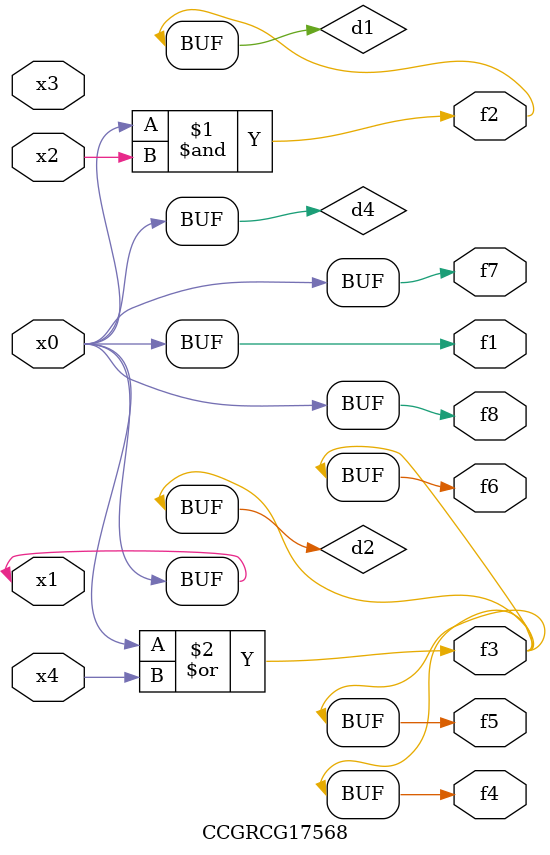
<source format=v>
module CCGRCG17568(
	input x0, x1, x2, x3, x4,
	output f1, f2, f3, f4, f5, f6, f7, f8
);

	wire d1, d2, d3, d4;

	and (d1, x0, x2);
	or (d2, x0, x4);
	nand (d3, x0, x2);
	buf (d4, x0, x1);
	assign f1 = d4;
	assign f2 = d1;
	assign f3 = d2;
	assign f4 = d2;
	assign f5 = d2;
	assign f6 = d2;
	assign f7 = d4;
	assign f8 = d4;
endmodule

</source>
